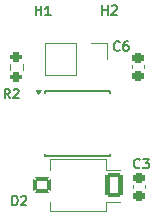
<source format=gbr>
G04 #@! TF.GenerationSoftware,KiCad,Pcbnew,8.0.1*
G04 #@! TF.CreationDate,2025-02-25T21:17:40-07:00*
G04 #@! TF.ProjectId,IRRemote,49525265-6d6f-4746-952e-6b696361645f,rev?*
G04 #@! TF.SameCoordinates,Original*
G04 #@! TF.FileFunction,Legend,Top*
G04 #@! TF.FilePolarity,Positive*
%FSLAX46Y46*%
G04 Gerber Fmt 4.6, Leading zero omitted, Abs format (unit mm)*
G04 Created by KiCad (PCBNEW 8.0.1) date 2025-02-25 21:17:40*
%MOMM*%
%LPD*%
G01*
G04 APERTURE LIST*
G04 Aperture macros list*
%AMRoundRect*
0 Rectangle with rounded corners*
0 $1 Rounding radius*
0 $2 $3 $4 $5 $6 $7 $8 $9 X,Y pos of 4 corners*
0 Add a 4 corners polygon primitive as box body*
4,1,4,$2,$3,$4,$5,$6,$7,$8,$9,$2,$3,0*
0 Add four circle primitives for the rounded corners*
1,1,$1+$1,$2,$3*
1,1,$1+$1,$4,$5*
1,1,$1+$1,$6,$7*
1,1,$1+$1,$8,$9*
0 Add four rect primitives between the rounded corners*
20,1,$1+$1,$2,$3,$4,$5,0*
20,1,$1+$1,$4,$5,$6,$7,0*
20,1,$1+$1,$6,$7,$8,$9,0*
20,1,$1+$1,$8,$9,$2,$3,0*%
G04 Aperture macros list end*
%ADD10C,0.150000*%
%ADD11C,0.120000*%
%ADD12R,1.700000X1.700000*%
%ADD13O,1.700000X1.700000*%
%ADD14RoundRect,0.225000X-0.250000X0.225000X-0.250000X-0.225000X0.250000X-0.225000X0.250000X0.225000X0*%
%ADD15C,2.500000*%
%ADD16RoundRect,0.187500X-0.562500X-0.862500X0.562500X-0.862500X0.562500X0.862500X-0.562500X0.862500X0*%
%ADD17RoundRect,0.162500X-0.587500X-0.487500X0.587500X-0.487500X0.587500X0.487500X-0.587500X0.487500X0*%
%ADD18RoundRect,0.175000X-0.525000X-0.825000X0.525000X-0.825000X0.525000X0.825000X-0.525000X0.825000X0*%
%ADD19RoundRect,0.150000X-0.550000X-0.450000X0.550000X-0.450000X0.550000X0.450000X-0.550000X0.450000X0*%
%ADD20RoundRect,0.225000X0.250000X-0.225000X0.250000X0.225000X-0.250000X0.225000X-0.250000X-0.225000X0*%
%ADD21R,1.700000X0.650000*%
%ADD22RoundRect,0.200000X0.275000X-0.200000X0.275000X0.200000X-0.275000X0.200000X-0.275000X-0.200000X0*%
G04 APERTURE END LIST*
D10*
X143756667Y-78476104D02*
X143718571Y-78514200D01*
X143718571Y-78514200D02*
X143604286Y-78552295D01*
X143604286Y-78552295D02*
X143528095Y-78552295D01*
X143528095Y-78552295D02*
X143413809Y-78514200D01*
X143413809Y-78514200D02*
X143337619Y-78438009D01*
X143337619Y-78438009D02*
X143299524Y-78361819D01*
X143299524Y-78361819D02*
X143261428Y-78209438D01*
X143261428Y-78209438D02*
X143261428Y-78095152D01*
X143261428Y-78095152D02*
X143299524Y-77942771D01*
X143299524Y-77942771D02*
X143337619Y-77866580D01*
X143337619Y-77866580D02*
X143413809Y-77790390D01*
X143413809Y-77790390D02*
X143528095Y-77752295D01*
X143528095Y-77752295D02*
X143604286Y-77752295D01*
X143604286Y-77752295D02*
X143718571Y-77790390D01*
X143718571Y-77790390D02*
X143756667Y-77828485D01*
X144023333Y-77752295D02*
X144518571Y-77752295D01*
X144518571Y-77752295D02*
X144251905Y-78057057D01*
X144251905Y-78057057D02*
X144366190Y-78057057D01*
X144366190Y-78057057D02*
X144442381Y-78095152D01*
X144442381Y-78095152D02*
X144480476Y-78133247D01*
X144480476Y-78133247D02*
X144518571Y-78209438D01*
X144518571Y-78209438D02*
X144518571Y-78399914D01*
X144518571Y-78399914D02*
X144480476Y-78476104D01*
X144480476Y-78476104D02*
X144442381Y-78514200D01*
X144442381Y-78514200D02*
X144366190Y-78552295D01*
X144366190Y-78552295D02*
X144137619Y-78552295D01*
X144137619Y-78552295D02*
X144061428Y-78514200D01*
X144061428Y-78514200D02*
X144023333Y-78476104D01*
X134960476Y-65602295D02*
X134960476Y-64802295D01*
X134960476Y-65183247D02*
X135417619Y-65183247D01*
X135417619Y-65602295D02*
X135417619Y-64802295D01*
X136217618Y-65602295D02*
X135760475Y-65602295D01*
X135989047Y-65602295D02*
X135989047Y-64802295D01*
X135989047Y-64802295D02*
X135912856Y-64916580D01*
X135912856Y-64916580D02*
X135836666Y-64992771D01*
X135836666Y-64992771D02*
X135760475Y-65030866D01*
X132949524Y-81672295D02*
X132949524Y-80872295D01*
X132949524Y-80872295D02*
X133140000Y-80872295D01*
X133140000Y-80872295D02*
X133254286Y-80910390D01*
X133254286Y-80910390D02*
X133330476Y-80986580D01*
X133330476Y-80986580D02*
X133368571Y-81062771D01*
X133368571Y-81062771D02*
X133406667Y-81215152D01*
X133406667Y-81215152D02*
X133406667Y-81329438D01*
X133406667Y-81329438D02*
X133368571Y-81481819D01*
X133368571Y-81481819D02*
X133330476Y-81558009D01*
X133330476Y-81558009D02*
X133254286Y-81634200D01*
X133254286Y-81634200D02*
X133140000Y-81672295D01*
X133140000Y-81672295D02*
X132949524Y-81672295D01*
X133711428Y-80948485D02*
X133749524Y-80910390D01*
X133749524Y-80910390D02*
X133825714Y-80872295D01*
X133825714Y-80872295D02*
X134016190Y-80872295D01*
X134016190Y-80872295D02*
X134092381Y-80910390D01*
X134092381Y-80910390D02*
X134130476Y-80948485D01*
X134130476Y-80948485D02*
X134168571Y-81024676D01*
X134168571Y-81024676D02*
X134168571Y-81100866D01*
X134168571Y-81100866D02*
X134130476Y-81215152D01*
X134130476Y-81215152D02*
X133673333Y-81672295D01*
X133673333Y-81672295D02*
X134168571Y-81672295D01*
X142046667Y-68526104D02*
X142008571Y-68564200D01*
X142008571Y-68564200D02*
X141894286Y-68602295D01*
X141894286Y-68602295D02*
X141818095Y-68602295D01*
X141818095Y-68602295D02*
X141703809Y-68564200D01*
X141703809Y-68564200D02*
X141627619Y-68488009D01*
X141627619Y-68488009D02*
X141589524Y-68411819D01*
X141589524Y-68411819D02*
X141551428Y-68259438D01*
X141551428Y-68259438D02*
X141551428Y-68145152D01*
X141551428Y-68145152D02*
X141589524Y-67992771D01*
X141589524Y-67992771D02*
X141627619Y-67916580D01*
X141627619Y-67916580D02*
X141703809Y-67840390D01*
X141703809Y-67840390D02*
X141818095Y-67802295D01*
X141818095Y-67802295D02*
X141894286Y-67802295D01*
X141894286Y-67802295D02*
X142008571Y-67840390D01*
X142008571Y-67840390D02*
X142046667Y-67878485D01*
X142732381Y-67802295D02*
X142580000Y-67802295D01*
X142580000Y-67802295D02*
X142503809Y-67840390D01*
X142503809Y-67840390D02*
X142465714Y-67878485D01*
X142465714Y-67878485D02*
X142389524Y-67992771D01*
X142389524Y-67992771D02*
X142351428Y-68145152D01*
X142351428Y-68145152D02*
X142351428Y-68449914D01*
X142351428Y-68449914D02*
X142389524Y-68526104D01*
X142389524Y-68526104D02*
X142427619Y-68564200D01*
X142427619Y-68564200D02*
X142503809Y-68602295D01*
X142503809Y-68602295D02*
X142656190Y-68602295D01*
X142656190Y-68602295D02*
X142732381Y-68564200D01*
X142732381Y-68564200D02*
X142770476Y-68526104D01*
X142770476Y-68526104D02*
X142808571Y-68449914D01*
X142808571Y-68449914D02*
X142808571Y-68259438D01*
X142808571Y-68259438D02*
X142770476Y-68183247D01*
X142770476Y-68183247D02*
X142732381Y-68145152D01*
X142732381Y-68145152D02*
X142656190Y-68107057D01*
X142656190Y-68107057D02*
X142503809Y-68107057D01*
X142503809Y-68107057D02*
X142427619Y-68145152D01*
X142427619Y-68145152D02*
X142389524Y-68183247D01*
X142389524Y-68183247D02*
X142351428Y-68259438D01*
X140600476Y-65552295D02*
X140600476Y-64752295D01*
X140600476Y-65133247D02*
X141057619Y-65133247D01*
X141057619Y-65552295D02*
X141057619Y-64752295D01*
X141400475Y-64828485D02*
X141438571Y-64790390D01*
X141438571Y-64790390D02*
X141514761Y-64752295D01*
X141514761Y-64752295D02*
X141705237Y-64752295D01*
X141705237Y-64752295D02*
X141781428Y-64790390D01*
X141781428Y-64790390D02*
X141819523Y-64828485D01*
X141819523Y-64828485D02*
X141857618Y-64904676D01*
X141857618Y-64904676D02*
X141857618Y-64980866D01*
X141857618Y-64980866D02*
X141819523Y-65095152D01*
X141819523Y-65095152D02*
X141362380Y-65552295D01*
X141362380Y-65552295D02*
X141857618Y-65552295D01*
X132766667Y-72602295D02*
X132500000Y-72221342D01*
X132309524Y-72602295D02*
X132309524Y-71802295D01*
X132309524Y-71802295D02*
X132614286Y-71802295D01*
X132614286Y-71802295D02*
X132690476Y-71840390D01*
X132690476Y-71840390D02*
X132728571Y-71878485D01*
X132728571Y-71878485D02*
X132766667Y-71954676D01*
X132766667Y-71954676D02*
X132766667Y-72068961D01*
X132766667Y-72068961D02*
X132728571Y-72145152D01*
X132728571Y-72145152D02*
X132690476Y-72183247D01*
X132690476Y-72183247D02*
X132614286Y-72221342D01*
X132614286Y-72221342D02*
X132309524Y-72221342D01*
X133071428Y-71878485D02*
X133109524Y-71840390D01*
X133109524Y-71840390D02*
X133185714Y-71802295D01*
X133185714Y-71802295D02*
X133376190Y-71802295D01*
X133376190Y-71802295D02*
X133452381Y-71840390D01*
X133452381Y-71840390D02*
X133490476Y-71878485D01*
X133490476Y-71878485D02*
X133528571Y-71954676D01*
X133528571Y-71954676D02*
X133528571Y-72030866D01*
X133528571Y-72030866D02*
X133490476Y-72145152D01*
X133490476Y-72145152D02*
X133033333Y-72602295D01*
X133033333Y-72602295D02*
X133528571Y-72602295D01*
D11*
X135750000Y-67950000D02*
X135750000Y-70610000D01*
X138350000Y-67950000D02*
X135750000Y-67950000D01*
X138350000Y-67950000D02*
X138350000Y-70610000D01*
X138350000Y-70610000D02*
X135750000Y-70610000D01*
X139620000Y-67950000D02*
X140950000Y-67950000D01*
X140950000Y-67950000D02*
X140950000Y-69280000D01*
X143200000Y-79964420D02*
X143200000Y-80245580D01*
X144220000Y-79964420D02*
X144220000Y-80245580D01*
X136120000Y-77770000D02*
X136120000Y-78660000D01*
X136120000Y-81370000D02*
X136120000Y-82170000D01*
X136120000Y-82170000D02*
X140920000Y-82170000D01*
X140920000Y-77770000D02*
X136120000Y-77770000D01*
X140920000Y-78660000D02*
X140920000Y-77770000D01*
X140920000Y-82170000D02*
X140920000Y-81370000D01*
X140930000Y-81370000D02*
X142110000Y-81370000D01*
X142110000Y-78660000D02*
X140920000Y-78660000D01*
X143080000Y-70085580D02*
X143080000Y-69804420D01*
X144100000Y-70085580D02*
X144100000Y-69804420D01*
D10*
X135730000Y-72000000D02*
X135730000Y-72205000D01*
X135730000Y-72000000D02*
X141230000Y-72000000D01*
X135730000Y-77510000D02*
X135730000Y-77305000D01*
X135730000Y-77510000D02*
X141230000Y-77510000D01*
X141230000Y-72000000D02*
X141230000Y-72205000D01*
X141230000Y-77510000D02*
X141230000Y-77305000D01*
D11*
X135180000Y-72255000D02*
X134940000Y-71925000D01*
X135420000Y-71925000D01*
X135180000Y-72255000D01*
G36*
X135180000Y-72255000D02*
G01*
X134940000Y-71925000D01*
X135420000Y-71925000D01*
X135180000Y-72255000D01*
G37*
X132787500Y-70212258D02*
X132787500Y-69737742D01*
X133832500Y-70212258D02*
X133832500Y-69737742D01*
%LPC*%
D12*
X139620000Y-69280000D03*
D13*
X137080000Y-69280000D03*
D14*
X143710000Y-79330000D03*
X143710000Y-80880000D03*
D15*
X133620000Y-66340000D03*
D16*
X141570000Y-79970000D03*
D17*
X135470000Y-79970000D03*
D18*
X141570000Y-79970000D03*
D19*
X135470000Y-79970000D03*
D20*
X143590000Y-70720000D03*
X143590000Y-69170000D03*
D15*
X143100000Y-66240000D03*
D21*
X134830000Y-72850000D03*
X134830000Y-74120000D03*
X134830000Y-75390000D03*
X134830000Y-76660000D03*
X142130000Y-76660000D03*
X142130000Y-75390000D03*
X142130000Y-74120000D03*
X142130000Y-72850000D03*
D22*
X133310000Y-70800000D03*
X133310000Y-69150000D03*
%LPD*%
M02*

</source>
